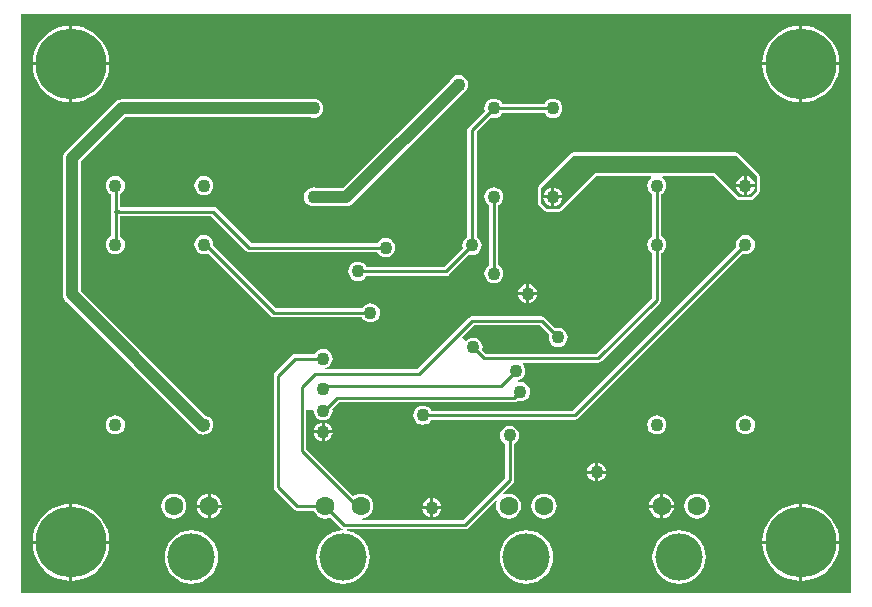
<source format=gbl>
G04 Layer_Physical_Order=2*
G04 Layer_Color=16711680*
%FSLAX25Y25*%
%MOIN*%
G70*
G01*
G75*
%ADD19C,0.01000*%
%ADD21C,0.03937*%
%ADD24C,0.23622*%
%ADD25C,0.06299*%
%ADD26C,0.04331*%
%ADD27C,0.15748*%
G36*
X374016Y273622D02*
X374016Y80709D01*
X97244Y80709D01*
Y273622D01*
X374016Y273622D01*
D02*
G37*
%LPC*%
G36*
X159539Y113647D02*
X158956Y113570D01*
X157947Y113152D01*
X157080Y112487D01*
X156415Y111620D01*
X155997Y110611D01*
X155920Y110028D01*
X159539D01*
Y113647D01*
D02*
G37*
G36*
X234752Y112154D02*
Y109528D01*
X237379D01*
X237336Y109854D01*
X237017Y110624D01*
X236509Y111285D01*
X235848Y111793D01*
X235078Y112111D01*
X234752Y112154D01*
D02*
G37*
G36*
X310327Y113647D02*
X309743Y113570D01*
X308734Y113152D01*
X307867Y112487D01*
X307202Y111620D01*
X306784Y110611D01*
X306707Y110028D01*
X310327D01*
Y113647D01*
D02*
G37*
G36*
X160539D02*
Y110028D01*
X164159D01*
X164082Y110611D01*
X163664Y111620D01*
X162999Y112487D01*
X162132Y113152D01*
X161123Y113570D01*
X160539Y113647D01*
D02*
G37*
G36*
X233752Y108528D02*
X231125D01*
X231168Y108201D01*
X231487Y107431D01*
X231994Y106770D01*
X232656Y106263D01*
X233426Y105944D01*
X233752Y105901D01*
Y108528D01*
D02*
G37*
G36*
X314946Y109028D02*
X311327D01*
Y105408D01*
X311910Y105485D01*
X312919Y105903D01*
X313786Y106568D01*
X314451Y107435D01*
X314870Y108444D01*
X314946Y109028D01*
D02*
G37*
G36*
X233752Y112154D02*
X233426Y112111D01*
X232656Y111793D01*
X231994Y111285D01*
X231487Y110624D01*
X231168Y109854D01*
X231125Y109528D01*
X233752D01*
Y112154D01*
D02*
G37*
G36*
X237379Y108528D02*
X234752D01*
Y105901D01*
X235078Y105944D01*
X235848Y106263D01*
X236509Y106770D01*
X237017Y107431D01*
X237336Y108201D01*
X237379Y108528D01*
D02*
G37*
G36*
X311327Y113647D02*
Y110028D01*
X314946D01*
X314870Y110611D01*
X314451Y111620D01*
X313786Y112487D01*
X312919Y113152D01*
X311910Y113570D01*
X311327Y113647D01*
D02*
G37*
G36*
X201158Y133752D02*
X198531D01*
Y131125D01*
X198858Y131168D01*
X199628Y131487D01*
X200289Y131994D01*
X200796Y132656D01*
X201115Y133426D01*
X201158Y133752D01*
D02*
G37*
G36*
X197531D02*
X194905D01*
X194948Y133426D01*
X195267Y132656D01*
X195774Y131994D01*
X196435Y131487D01*
X197205Y131168D01*
X197531Y131125D01*
Y133752D01*
D02*
G37*
G36*
X309252Y139807D02*
X308426Y139698D01*
X307656Y139379D01*
X306994Y138872D01*
X306487Y138210D01*
X306168Y137441D01*
X306059Y136614D01*
X306168Y135788D01*
X306487Y135018D01*
X306994Y134357D01*
X307656Y133849D01*
X308426Y133530D01*
X309252Y133422D01*
X310078Y133530D01*
X310848Y133849D01*
X311509Y134357D01*
X312017Y135018D01*
X312336Y135788D01*
X312445Y136614D01*
X312336Y137441D01*
X312017Y138210D01*
X311509Y138872D01*
X310848Y139379D01*
X310078Y139698D01*
X309252Y139807D01*
D02*
G37*
G36*
X128740D02*
X127914Y139698D01*
X127144Y139379D01*
X126483Y138872D01*
X125975Y138210D01*
X125656Y137441D01*
X125548Y136614D01*
X125656Y135788D01*
X125975Y135018D01*
X126483Y134357D01*
X127144Y133849D01*
X127914Y133530D01*
X128740Y133422D01*
X129567Y133530D01*
X130336Y133849D01*
X130998Y134357D01*
X131505Y135018D01*
X131824Y135788D01*
X131933Y136614D01*
X131824Y137441D01*
X131505Y138210D01*
X130998Y138872D01*
X130336Y139379D01*
X129567Y139698D01*
X128740Y139807D01*
D02*
G37*
G36*
X292300Y120366D02*
X289673D01*
Y117739D01*
X290000Y117782D01*
X290770Y118101D01*
X291431Y118609D01*
X291938Y119270D01*
X292257Y120040D01*
X292300Y120366D01*
D02*
G37*
G36*
X288673D02*
X286046D01*
X286089Y120040D01*
X286408Y119270D01*
X286916Y118609D01*
X287577Y118101D01*
X288347Y117782D01*
X288673Y117739D01*
Y120366D01*
D02*
G37*
G36*
X289673Y123993D02*
Y121366D01*
X292300D01*
X292257Y121693D01*
X291938Y122462D01*
X291431Y123124D01*
X290770Y123631D01*
X290000Y123950D01*
X289673Y123993D01*
D02*
G37*
G36*
X288673D02*
X288347Y123950D01*
X287577Y123631D01*
X286916Y123124D01*
X286408Y122462D01*
X286089Y121693D01*
X286046Y121366D01*
X288673D01*
Y123993D01*
D02*
G37*
G36*
X356784Y96941D02*
X344472D01*
X344591Y95431D01*
X345062Y93470D01*
X345833Y91607D01*
X346887Y89887D01*
X348197Y88354D01*
X349730Y87045D01*
X351449Y85991D01*
X353312Y85219D01*
X355273Y84749D01*
X356784Y84630D01*
Y96941D01*
D02*
G37*
G36*
X126788D02*
X114476D01*
Y84630D01*
X115987Y84749D01*
X117947Y85219D01*
X119810Y85991D01*
X121530Y87045D01*
X123063Y88354D01*
X124373Y89887D01*
X125426Y91607D01*
X126198Y93470D01*
X126669Y95431D01*
X126788Y96941D01*
D02*
G37*
G36*
X113476Y110252D02*
X111966Y110133D01*
X110005Y109663D01*
X108142Y108891D01*
X106423Y107837D01*
X104890Y106528D01*
X103580Y104994D01*
X102526Y103275D01*
X101755Y101412D01*
X101284Y99451D01*
X101165Y97941D01*
X113476D01*
Y110252D01*
D02*
G37*
G36*
X370095Y96941D02*
X357784D01*
Y84630D01*
X359294Y84749D01*
X361255Y85219D01*
X363118Y85991D01*
X364837Y87045D01*
X366370Y88354D01*
X367680Y89887D01*
X368734Y91607D01*
X369505Y93470D01*
X369976Y95431D01*
X370095Y96941D01*
D02*
G37*
G36*
X265748Y101437D02*
X264008Y101265D01*
X262336Y100758D01*
X260794Y99934D01*
X259443Y98825D01*
X258334Y97474D01*
X257510Y95932D01*
X257002Y94259D01*
X256831Y92520D01*
X257002Y90780D01*
X257510Y89107D01*
X258334Y87566D01*
X259443Y86214D01*
X260794Y85106D01*
X262336Y84281D01*
X264008Y83774D01*
X265748Y83603D01*
X267488Y83774D01*
X269160Y84281D01*
X270702Y85106D01*
X272053Y86214D01*
X273162Y87566D01*
X273986Y89107D01*
X274494Y90780D01*
X274665Y92520D01*
X274494Y94259D01*
X273986Y95932D01*
X273162Y97474D01*
X272053Y98825D01*
X270702Y99934D01*
X269160Y100758D01*
X267488Y101265D01*
X265748Y101437D01*
D02*
G37*
G36*
X154134D02*
X152394Y101265D01*
X150722Y100758D01*
X149180Y99934D01*
X147829Y98825D01*
X146720Y97474D01*
X145896Y95932D01*
X145388Y94259D01*
X145217Y92520D01*
X145388Y90780D01*
X145896Y89107D01*
X146720Y87566D01*
X147829Y86214D01*
X149180Y85106D01*
X150722Y84281D01*
X152394Y83774D01*
X154134Y83603D01*
X155874Y83774D01*
X157546Y84281D01*
X159088Y85106D01*
X160439Y86214D01*
X161548Y87566D01*
X162372Y89107D01*
X162880Y90780D01*
X163051Y92520D01*
X162880Y94259D01*
X162372Y95932D01*
X161548Y97474D01*
X160439Y98825D01*
X159088Y99934D01*
X157546Y100758D01*
X155874Y101265D01*
X154134Y101437D01*
D02*
G37*
G36*
X113476Y96941D02*
X101165D01*
X101284Y95431D01*
X101755Y93470D01*
X102526Y91607D01*
X103580Y89887D01*
X104890Y88354D01*
X106423Y87045D01*
X108142Y85991D01*
X110005Y85219D01*
X111966Y84749D01*
X113476Y84630D01*
Y96941D01*
D02*
G37*
G36*
X316732Y101437D02*
X314993Y101265D01*
X313320Y100758D01*
X311778Y99934D01*
X310427Y98825D01*
X309318Y97474D01*
X308494Y95932D01*
X307987Y94259D01*
X307815Y92520D01*
X307987Y90780D01*
X308494Y89107D01*
X309318Y87566D01*
X310427Y86214D01*
X311778Y85106D01*
X313320Y84281D01*
X314993Y83774D01*
X316732Y83603D01*
X318472Y83774D01*
X320145Y84281D01*
X321686Y85106D01*
X323038Y86214D01*
X324147Y87566D01*
X324971Y89107D01*
X325478Y90780D01*
X325649Y92520D01*
X325478Y94259D01*
X324971Y95932D01*
X324147Y97474D01*
X323038Y98825D01*
X321686Y99934D01*
X320145Y100758D01*
X318472Y101265D01*
X316732Y101437D01*
D02*
G37*
G36*
X114476Y110252D02*
Y97941D01*
X126788D01*
X126669Y99451D01*
X126198Y101412D01*
X125426Y103275D01*
X124373Y104994D01*
X123063Y106528D01*
X121530Y107837D01*
X119810Y108891D01*
X117947Y109663D01*
X115987Y110133D01*
X114476Y110252D01*
D02*
G37*
G36*
X159539Y109028D02*
X155920D01*
X155997Y108444D01*
X156415Y107435D01*
X157080Y106568D01*
X157947Y105903D01*
X158956Y105485D01*
X159539Y105408D01*
Y109028D01*
D02*
G37*
G36*
X322638Y113713D02*
X321554Y113570D01*
X320545Y113152D01*
X319678Y112487D01*
X319013Y111620D01*
X318595Y110611D01*
X318452Y109528D01*
X318595Y108444D01*
X319013Y107435D01*
X319678Y106568D01*
X320545Y105903D01*
X321554Y105485D01*
X322638Y105342D01*
X323721Y105485D01*
X324730Y105903D01*
X325597Y106568D01*
X326262Y107435D01*
X326681Y108444D01*
X326823Y109528D01*
X326681Y110611D01*
X326262Y111620D01*
X325597Y112487D01*
X324730Y113152D01*
X323721Y113570D01*
X322638Y113713D01*
D02*
G37*
G36*
X310327Y109028D02*
X306707D01*
X306784Y108444D01*
X307202Y107435D01*
X307867Y106568D01*
X308734Y105903D01*
X309743Y105485D01*
X310327Y105408D01*
Y109028D01*
D02*
G37*
G36*
X164159D02*
X160539D01*
Y105408D01*
X161123Y105485D01*
X162132Y105903D01*
X162999Y106568D01*
X163664Y107435D01*
X164082Y108444D01*
X164159Y109028D01*
D02*
G37*
G36*
X357784Y110252D02*
Y97941D01*
X370095D01*
X369976Y99451D01*
X369505Y101412D01*
X368734Y103275D01*
X367680Y104994D01*
X366370Y106528D01*
X364837Y107837D01*
X363118Y108891D01*
X361255Y109663D01*
X359294Y110133D01*
X357784Y110252D01*
D02*
G37*
G36*
X356784D02*
X355273Y110133D01*
X353312Y109663D01*
X351449Y108891D01*
X349730Y107837D01*
X348197Y106528D01*
X346887Y104994D01*
X345833Y103275D01*
X345062Y101412D01*
X344591Y99451D01*
X344472Y97941D01*
X356784D01*
Y110252D01*
D02*
G37*
G36*
X271654Y113713D02*
X270570Y113570D01*
X269561Y113152D01*
X268694Y112487D01*
X268029Y111620D01*
X267611Y110611D01*
X267468Y109528D01*
X267611Y108444D01*
X268029Y107435D01*
X268694Y106568D01*
X269561Y105903D01*
X270570Y105485D01*
X271654Y105342D01*
X272737Y105485D01*
X273746Y105903D01*
X274613Y106568D01*
X275278Y107435D01*
X275696Y108444D01*
X275839Y109528D01*
X275696Y110611D01*
X275278Y111620D01*
X274613Y112487D01*
X273746Y113152D01*
X272737Y113570D01*
X271654Y113713D01*
D02*
G37*
G36*
X148228D02*
X147145Y113570D01*
X146136Y113152D01*
X145269Y112487D01*
X144604Y111620D01*
X144185Y110611D01*
X144043Y109528D01*
X144185Y108444D01*
X144604Y107435D01*
X145269Y106568D01*
X146136Y105903D01*
X147145Y105485D01*
X148228Y105342D01*
X149312Y105485D01*
X150321Y105903D01*
X151188Y106568D01*
X151853Y107435D01*
X152271Y108444D01*
X152414Y109528D01*
X152271Y110611D01*
X151853Y111620D01*
X151188Y112487D01*
X150321Y113152D01*
X149312Y113570D01*
X148228Y113713D01*
D02*
G37*
G36*
X114476Y269701D02*
Y257390D01*
X126788D01*
X126669Y258900D01*
X126198Y260861D01*
X125426Y262724D01*
X124373Y264443D01*
X123063Y265977D01*
X121530Y267286D01*
X119810Y268340D01*
X117947Y269111D01*
X115987Y269582D01*
X114476Y269701D01*
D02*
G37*
G36*
X113476D02*
X111966Y269582D01*
X110005Y269111D01*
X108142Y268340D01*
X106423Y267286D01*
X104890Y265977D01*
X103580Y264443D01*
X102526Y262724D01*
X101755Y260861D01*
X101284Y258900D01*
X101165Y257390D01*
X113476D01*
Y269701D01*
D02*
G37*
G36*
X158268Y219531D02*
X157441Y219422D01*
X156671Y219104D01*
X156010Y218596D01*
X155503Y217935D01*
X155184Y217165D01*
X155075Y216339D01*
X155184Y215512D01*
X155503Y214742D01*
X156010Y214081D01*
X156671Y213574D01*
X157441Y213255D01*
X158268Y213146D01*
X159094Y213255D01*
X159864Y213574D01*
X160525Y214081D01*
X161033Y214742D01*
X161352Y215512D01*
X161460Y216339D01*
X161352Y217165D01*
X161033Y217935D01*
X160525Y218596D01*
X159864Y219104D01*
X159094Y219422D01*
X158268Y219531D01*
D02*
G37*
G36*
X357784Y269701D02*
Y257390D01*
X370095D01*
X369976Y258900D01*
X369505Y260861D01*
X368734Y262724D01*
X367680Y264443D01*
X366370Y265977D01*
X364837Y267286D01*
X363118Y268340D01*
X361255Y269111D01*
X359294Y269582D01*
X357784Y269701D01*
D02*
G37*
G36*
X356784D02*
X355273Y269582D01*
X353312Y269111D01*
X351449Y268340D01*
X349730Y267286D01*
X348197Y265977D01*
X346887Y264443D01*
X345833Y262724D01*
X345062Y260861D01*
X344591Y258900D01*
X344472Y257390D01*
X356784D01*
Y269701D01*
D02*
G37*
G36*
X335630Y227397D02*
X281496Y227397D01*
X281106Y227320D01*
X280775Y227099D01*
X269948Y216272D01*
X269727Y215941D01*
X269650Y215551D01*
X269650Y210630D01*
X269727Y210240D01*
X269948Y209909D01*
X271917Y207941D01*
X272248Y207719D01*
X272638Y207642D01*
X276772D01*
X277162Y207719D01*
X277493Y207941D01*
X289005Y219453D01*
X307290D01*
X307459Y218953D01*
X306994Y218596D01*
X306487Y217935D01*
X306168Y217165D01*
X306059Y216339D01*
X306168Y215512D01*
X306487Y214742D01*
X306994Y214081D01*
X307656Y213574D01*
X307723Y213546D01*
Y199446D01*
X307656Y199418D01*
X306994Y198911D01*
X306487Y198250D01*
X306168Y197480D01*
X306059Y196653D01*
X306168Y195827D01*
X306487Y195057D01*
X306994Y194396D01*
X307656Y193889D01*
X307723Y193861D01*
Y178980D01*
X289111Y160368D01*
X252228D01*
X251088Y161508D01*
X251115Y161575D01*
X251224Y162402D01*
X251115Y163228D01*
X250796Y163998D01*
X250289Y164659D01*
X249628Y165166D01*
X248858Y165485D01*
X248031Y165594D01*
X247205Y165485D01*
X246435Y165166D01*
X245774Y164659D01*
X245774Y164659D01*
X244459Y165974D01*
X248215Y169730D01*
X270233D01*
X273322Y166641D01*
X273294Y166574D01*
X273185Y165748D01*
X273294Y164922D01*
X273613Y164152D01*
X274120Y163490D01*
X274782Y162983D01*
X275552Y162664D01*
X276378Y162555D01*
X277204Y162664D01*
X277974Y162983D01*
X278636Y163490D01*
X279143Y164152D01*
X279462Y164922D01*
X279571Y165748D01*
X279462Y166574D01*
X279143Y167344D01*
X278636Y168006D01*
X277974Y168513D01*
X277204Y168832D01*
X276378Y168941D01*
X275552Y168832D01*
X275485Y168804D01*
X271948Y172341D01*
X271451Y172673D01*
X270866Y172789D01*
X247581D01*
X246996Y172673D01*
X246500Y172341D01*
X229231Y155073D01*
X198854D01*
X198821Y155573D01*
X198858Y155578D01*
X199628Y155896D01*
X200289Y156404D01*
X200796Y157065D01*
X201115Y157835D01*
X201224Y158661D01*
X201115Y159488D01*
X200796Y160258D01*
X200289Y160919D01*
X199628Y161426D01*
X198858Y161745D01*
X198031Y161854D01*
X197205Y161745D01*
X196435Y161426D01*
X195774Y160919D01*
X195267Y160258D01*
X195239Y160191D01*
X188691D01*
X188106Y160074D01*
X187610Y159743D01*
X181944Y154077D01*
X181613Y153581D01*
X181496Y152996D01*
Y115891D01*
X181613Y115306D01*
X181944Y114810D01*
X188307Y108446D01*
X188804Y108115D01*
X189389Y107998D01*
X194961D01*
X195194Y107435D01*
X195859Y106568D01*
X196726Y105903D01*
X197736Y105485D01*
X198819Y105342D01*
X199902Y105485D01*
X200465Y105718D01*
X203919Y102265D01*
X204415Y101934D01*
X204499Y101917D01*
X204474Y101412D01*
X202985Y101265D01*
X201312Y100758D01*
X199770Y99934D01*
X198419Y98825D01*
X197310Y97474D01*
X196486Y95932D01*
X195979Y94259D01*
X195808Y92520D01*
X195979Y90780D01*
X196486Y89107D01*
X197310Y87566D01*
X198419Y86214D01*
X199770Y85106D01*
X201312Y84281D01*
X202985Y83774D01*
X204724Y83603D01*
X206464Y83774D01*
X208137Y84281D01*
X209678Y85106D01*
X211030Y86214D01*
X212139Y87566D01*
X212963Y89107D01*
X213470Y90780D01*
X213641Y92520D01*
X213470Y94259D01*
X212963Y95932D01*
X212139Y97474D01*
X211030Y98825D01*
X209678Y99934D01*
X208137Y100758D01*
X206464Y101265D01*
X205938Y101317D01*
X205963Y101817D01*
X245374D01*
X245959Y101934D01*
X246456Y102265D01*
X255582Y111391D01*
X256006Y111108D01*
X255800Y110611D01*
X255657Y109528D01*
X255800Y108444D01*
X256218Y107435D01*
X256883Y106568D01*
X257750Y105903D01*
X258759Y105485D01*
X259842Y105342D01*
X260926Y105485D01*
X261935Y105903D01*
X262802Y106568D01*
X263467Y107435D01*
X263885Y108444D01*
X264028Y109528D01*
X263885Y110611D01*
X263467Y111620D01*
X262802Y112487D01*
X261935Y113152D01*
X260926Y113570D01*
X259842Y113713D01*
X258759Y113570D01*
X258262Y113364D01*
X257979Y113788D01*
X261298Y117107D01*
X261630Y117604D01*
X261746Y118189D01*
Y130278D01*
X261813Y130306D01*
X262474Y130813D01*
X262982Y131474D01*
X263300Y132245D01*
X263409Y133071D01*
X263300Y133897D01*
X262982Y134667D01*
X262474Y135328D01*
X261813Y135836D01*
X261043Y136155D01*
X260216Y136264D01*
X259390Y136155D01*
X258620Y135836D01*
X257959Y135328D01*
X257452Y134667D01*
X257133Y133897D01*
X257024Y133071D01*
X257133Y132245D01*
X257452Y131474D01*
X257959Y130813D01*
X258620Y130306D01*
X258687Y130278D01*
Y118823D01*
X244741Y104876D01*
X210919D01*
X210886Y105376D01*
X211713Y105485D01*
X212723Y105903D01*
X213589Y106568D01*
X214255Y107435D01*
X214673Y108444D01*
X214815Y109528D01*
X214673Y110611D01*
X214255Y111620D01*
X213589Y112487D01*
X212723Y113152D01*
X211713Y113570D01*
X210630Y113713D01*
X209547Y113570D01*
X208537Y113152D01*
X208129Y112839D01*
X192474Y128494D01*
Y141403D01*
X194782D01*
X194839Y141339D01*
X194948Y140512D01*
X195267Y139742D01*
X195774Y139081D01*
X196435Y138574D01*
X197205Y138255D01*
X198031Y138146D01*
X198858Y138255D01*
X199628Y138574D01*
X200289Y139081D01*
X200796Y139742D01*
X201115Y140512D01*
X201224Y141339D01*
X201150Y141901D01*
X203389Y144140D01*
X261811D01*
X262396Y144256D01*
X262884Y144582D01*
X262953Y144554D01*
X263779Y144445D01*
X264606Y144554D01*
X265376Y144873D01*
X266037Y145380D01*
X266545Y146042D01*
X266863Y146811D01*
X266972Y147638D01*
X266863Y148464D01*
X266545Y149234D01*
X266037Y149895D01*
X265376Y150403D01*
X264606Y150722D01*
X263779Y150830D01*
X263055Y150735D01*
X262924Y151202D01*
X263090Y151444D01*
X263860Y151763D01*
X264521Y152270D01*
X265029Y152931D01*
X265348Y153701D01*
X265456Y154528D01*
X265348Y155354D01*
X265029Y156124D01*
X264521Y156785D01*
X264490Y156809D01*
X264660Y157309D01*
X289744D01*
X290329Y157426D01*
X290826Y157757D01*
X310333Y177265D01*
X310665Y177761D01*
X310781Y178347D01*
Y193861D01*
X310848Y193889D01*
X311509Y194396D01*
X312017Y195057D01*
X312336Y195827D01*
X312445Y196653D01*
X312336Y197480D01*
X312017Y198250D01*
X311509Y198911D01*
X310848Y199418D01*
X310781Y199446D01*
Y213546D01*
X310848Y213574D01*
X311509Y214081D01*
X312017Y214742D01*
X312336Y215512D01*
X312445Y216339D01*
X312336Y217165D01*
X312017Y217935D01*
X311509Y218596D01*
X311045Y218953D01*
X311214Y219453D01*
X328318D01*
X335893Y211877D01*
X336224Y211656D01*
X336614Y211579D01*
X340551Y211579D01*
X340941Y211656D01*
X341272Y211877D01*
X343241Y213846D01*
X343462Y214177D01*
X343539Y214567D01*
Y219488D01*
X343462Y219878D01*
X343241Y220209D01*
X336351Y227099D01*
X336020Y227320D01*
X335630Y227397D01*
D02*
G37*
G36*
X370095Y256390D02*
X357784D01*
Y244078D01*
X359294Y244197D01*
X361255Y244668D01*
X363118Y245440D01*
X364837Y246493D01*
X366370Y247803D01*
X367680Y249336D01*
X368734Y251056D01*
X369505Y252919D01*
X369976Y254879D01*
X370095Y256390D01*
D02*
G37*
G36*
X113476D02*
X101165D01*
X101284Y254879D01*
X101755Y252919D01*
X102526Y251056D01*
X103580Y249336D01*
X104890Y247803D01*
X106423Y246493D01*
X108142Y245440D01*
X110005Y244668D01*
X111966Y244197D01*
X113476Y244078D01*
Y256390D01*
D02*
G37*
G36*
X194882Y245319D02*
X194056Y245210D01*
X193839Y245120D01*
X130905D01*
X130131Y245018D01*
X129408Y244719D01*
X128788Y244243D01*
X112056Y227511D01*
X111580Y226891D01*
X111281Y226169D01*
X111179Y225394D01*
Y180079D01*
X111281Y179304D01*
X111580Y178582D01*
X112056Y177962D01*
X155836Y134182D01*
X156456Y133706D01*
X157178Y133407D01*
X157953Y133305D01*
X158728Y133407D01*
X158993Y133517D01*
X159094Y133530D01*
X159864Y133849D01*
X160525Y134357D01*
X161033Y135018D01*
X161352Y135788D01*
X161460Y136614D01*
X161352Y137441D01*
X161033Y138210D01*
X160525Y138872D01*
X159864Y139379D01*
X159094Y139698D01*
X158742Y139744D01*
X117167Y181319D01*
Y224153D01*
X132146Y239132D01*
X193839D01*
X194056Y239042D01*
X194882Y238933D01*
X195708Y239042D01*
X196478Y239361D01*
X197139Y239868D01*
X197647Y240530D01*
X197966Y241300D01*
X198074Y242126D01*
X197966Y242952D01*
X197647Y243722D01*
X197139Y244384D01*
X196478Y244891D01*
X195708Y245210D01*
X194882Y245319D01*
D02*
G37*
G36*
X274606D02*
X273780Y245210D01*
X273010Y244891D01*
X272349Y244384D01*
X271841Y243722D01*
X271814Y243655D01*
X257714D01*
X257686Y243722D01*
X257179Y244384D01*
X256518Y244891D01*
X255748Y245210D01*
X254921Y245319D01*
X254095Y245210D01*
X253325Y244891D01*
X252664Y244384D01*
X252156Y243722D01*
X251837Y242952D01*
X251729Y242126D01*
X251837Y241300D01*
X251865Y241233D01*
X246556Y235924D01*
X246225Y235428D01*
X246108Y234842D01*
Y199249D01*
X246041Y199222D01*
X245380Y198714D01*
X244873Y198053D01*
X244554Y197283D01*
X244445Y196457D01*
X244554Y195630D01*
X244582Y195563D01*
X238343Y189325D01*
X212438D01*
X212411Y189392D01*
X211903Y190053D01*
X211242Y190560D01*
X210472Y190879D01*
X209646Y190988D01*
X208819Y190879D01*
X208049Y190560D01*
X207388Y190053D01*
X206881Y189392D01*
X206562Y188622D01*
X206453Y187795D01*
X206562Y186969D01*
X206881Y186199D01*
X207388Y185538D01*
X208049Y185030D01*
X208819Y184711D01*
X209646Y184603D01*
X210472Y184711D01*
X211242Y185030D01*
X211903Y185538D01*
X212411Y186199D01*
X212438Y186266D01*
X238976D01*
X239562Y186382D01*
X240058Y186714D01*
X246744Y193401D01*
X246812Y193373D01*
X247638Y193264D01*
X248464Y193373D01*
X249234Y193692D01*
X249895Y194199D01*
X250403Y194860D01*
X250722Y195630D01*
X250831Y196457D01*
X250722Y197283D01*
X250403Y198053D01*
X249895Y198714D01*
X249234Y199222D01*
X249167Y199249D01*
Y234209D01*
X254028Y239070D01*
X254095Y239042D01*
X254921Y238933D01*
X255748Y239042D01*
X256518Y239361D01*
X257179Y239868D01*
X257686Y240530D01*
X257714Y240597D01*
X271814D01*
X271841Y240530D01*
X272349Y239868D01*
X273010Y239361D01*
X273780Y239042D01*
X274606Y238933D01*
X275433Y239042D01*
X276203Y239361D01*
X276864Y239868D01*
X277371Y240530D01*
X277690Y241300D01*
X277799Y242126D01*
X277690Y242952D01*
X277371Y243722D01*
X276864Y244384D01*
X276203Y244891D01*
X275433Y245210D01*
X274606Y245319D01*
D02*
G37*
G36*
X356784Y256390D02*
X344472D01*
X344591Y254879D01*
X345062Y252919D01*
X345833Y251056D01*
X346887Y249336D01*
X348197Y247803D01*
X349730Y246493D01*
X351449Y245440D01*
X353312Y244668D01*
X355273Y244197D01*
X356784Y244078D01*
Y256390D01*
D02*
G37*
G36*
X243189Y253193D02*
X242363Y253084D01*
X241593Y252765D01*
X240931Y252257D01*
X240424Y251596D01*
X240334Y251380D01*
X204547Y215593D01*
X195925D01*
X195708Y215682D01*
X194882Y215791D01*
X194056Y215682D01*
X193286Y215363D01*
X192624Y214856D01*
X192117Y214195D01*
X191798Y213425D01*
X191689Y212598D01*
X191798Y211772D01*
X192117Y211002D01*
X192624Y210341D01*
X193286Y209834D01*
X194056Y209515D01*
X194882Y209406D01*
X195708Y209515D01*
X195925Y209604D01*
X205787D01*
X206562Y209706D01*
X207284Y210005D01*
X207905Y210481D01*
X244569Y247145D01*
X244785Y247235D01*
X245446Y247743D01*
X245954Y248404D01*
X246273Y249174D01*
X246382Y250000D01*
X246273Y250826D01*
X245954Y251596D01*
X245446Y252257D01*
X244785Y252765D01*
X244015Y253084D01*
X243189Y253193D01*
D02*
G37*
G36*
X126788Y256390D02*
X114476D01*
Y244078D01*
X115987Y244197D01*
X117947Y244668D01*
X119810Y245440D01*
X121530Y246493D01*
X123063Y247803D01*
X124373Y249336D01*
X125426Y251056D01*
X126198Y252919D01*
X126669Y254879D01*
X126788Y256390D01*
D02*
G37*
G36*
X158268Y199846D02*
X157441Y199737D01*
X156671Y199418D01*
X156010Y198911D01*
X155503Y198250D01*
X155184Y197480D01*
X155075Y196653D01*
X155184Y195827D01*
X155503Y195057D01*
X156010Y194396D01*
X156671Y193889D01*
X157441Y193570D01*
X158268Y193461D01*
X159094Y193570D01*
X159551Y193759D01*
X180474Y172836D01*
X180970Y172504D01*
X181556Y172388D01*
X210987D01*
X211015Y172321D01*
X211522Y171660D01*
X212183Y171152D01*
X212953Y170833D01*
X213779Y170725D01*
X214606Y170833D01*
X215376Y171152D01*
X216037Y171660D01*
X216545Y172321D01*
X216863Y173091D01*
X216972Y173917D01*
X216863Y174744D01*
X216545Y175514D01*
X216037Y176175D01*
X215376Y176682D01*
X214606Y177001D01*
X213779Y177110D01*
X212953Y177001D01*
X212183Y176682D01*
X211522Y176175D01*
X211015Y175514D01*
X210987Y175447D01*
X182189D01*
X161405Y196231D01*
X161460Y196653D01*
X161352Y197480D01*
X161033Y198250D01*
X160525Y198911D01*
X159864Y199418D01*
X159094Y199737D01*
X158268Y199846D01*
D02*
G37*
G36*
X265701Y179815D02*
X263074D01*
X263117Y179489D01*
X263436Y178719D01*
X263943Y178057D01*
X264604Y177550D01*
X265374Y177231D01*
X265701Y177188D01*
Y179815D01*
D02*
G37*
G36*
X269328D02*
X266701D01*
Y177188D01*
X267027Y177231D01*
X267797Y177550D01*
X268458Y178057D01*
X268966Y178719D01*
X269285Y179489D01*
X269328Y179815D01*
D02*
G37*
G36*
X338779Y139807D02*
X337953Y139698D01*
X337183Y139379D01*
X336522Y138872D01*
X336015Y138210D01*
X335696Y137441D01*
X335587Y136614D01*
X335696Y135788D01*
X336015Y135018D01*
X336522Y134357D01*
X337183Y133849D01*
X337953Y133530D01*
X338779Y133422D01*
X339606Y133530D01*
X340376Y133849D01*
X341037Y134357D01*
X341545Y135018D01*
X341863Y135788D01*
X341972Y136614D01*
X341863Y137441D01*
X341545Y138210D01*
X341037Y138872D01*
X340376Y139379D01*
X339606Y139698D01*
X338779Y139807D01*
D02*
G37*
G36*
X197531Y137379D02*
X197205Y137336D01*
X196435Y137017D01*
X195774Y136510D01*
X195267Y135848D01*
X194948Y135078D01*
X194905Y134752D01*
X197531D01*
Y137379D01*
D02*
G37*
G36*
X198531D02*
Y134752D01*
X201158D01*
X201115Y135078D01*
X200796Y135848D01*
X200289Y136510D01*
X199628Y137017D01*
X198858Y137336D01*
X198531Y137379D01*
D02*
G37*
G36*
X265701Y183442D02*
X265374Y183399D01*
X264604Y183080D01*
X263943Y182572D01*
X263436Y181911D01*
X263117Y181141D01*
X263074Y180815D01*
X265701D01*
Y183442D01*
D02*
G37*
G36*
X128740Y219531D02*
X127914Y219422D01*
X127144Y219104D01*
X126483Y218596D01*
X125975Y217935D01*
X125656Y217165D01*
X125548Y216339D01*
X125656Y215512D01*
X125975Y214742D01*
X126483Y214081D01*
X127144Y213574D01*
X127408Y213464D01*
Y207677D01*
Y199528D01*
X127144Y199418D01*
X126483Y198911D01*
X125975Y198250D01*
X125656Y197480D01*
X125548Y196653D01*
X125656Y195827D01*
X125975Y195057D01*
X126483Y194396D01*
X127144Y193889D01*
X127914Y193570D01*
X128740Y193461D01*
X129567Y193570D01*
X130336Y193889D01*
X130998Y194396D01*
X131505Y195057D01*
X131824Y195827D01*
X131933Y196653D01*
X131824Y197480D01*
X131505Y198250D01*
X130998Y198911D01*
X130466Y199319D01*
Y206148D01*
X160784D01*
X172344Y194588D01*
X172840Y194256D01*
X173425Y194140D01*
X216105D01*
X216133Y194073D01*
X216640Y193412D01*
X217301Y192904D01*
X218071Y192585D01*
X218898Y192477D01*
X219724Y192585D01*
X220494Y192904D01*
X221155Y193412D01*
X221663Y194073D01*
X221982Y194843D01*
X222090Y195669D01*
X221982Y196496D01*
X221663Y197266D01*
X221155Y197927D01*
X220494Y198434D01*
X219724Y198753D01*
X218898Y198862D01*
X218071Y198753D01*
X217301Y198434D01*
X216640Y197927D01*
X216133Y197266D01*
X216105Y197199D01*
X174059D01*
X162499Y208759D01*
X162003Y209090D01*
X161417Y209207D01*
X130466D01*
Y213673D01*
X130998Y214081D01*
X131505Y214742D01*
X131824Y215512D01*
X131933Y216339D01*
X131824Y217165D01*
X131505Y217935D01*
X130998Y218596D01*
X130336Y219104D01*
X129567Y219422D01*
X128740Y219531D01*
D02*
G37*
G36*
X338779Y199846D02*
X337953Y199737D01*
X337183Y199418D01*
X336522Y198911D01*
X336015Y198250D01*
X335696Y197480D01*
X335587Y196653D01*
X335696Y195827D01*
X335723Y195760D01*
X281299Y141336D01*
X234092D01*
X234064Y141403D01*
X233557Y142064D01*
X232895Y142572D01*
X232125Y142891D01*
X231299Y142999D01*
X230473Y142891D01*
X229703Y142572D01*
X229042Y142064D01*
X228534Y141403D01*
X228215Y140633D01*
X228107Y139807D01*
X228215Y138980D01*
X228534Y138210D01*
X229042Y137549D01*
X229703Y137042D01*
X230473Y136723D01*
X231299Y136614D01*
X232125Y136723D01*
X232895Y137042D01*
X233557Y137549D01*
X234064Y138210D01*
X234092Y138277D01*
X281933D01*
X282518Y138394D01*
X283014Y138725D01*
X337886Y193597D01*
X337953Y193570D01*
X338779Y193461D01*
X339606Y193570D01*
X340376Y193889D01*
X341037Y194396D01*
X341545Y195057D01*
X341863Y195827D01*
X341972Y196653D01*
X341863Y197480D01*
X341545Y198250D01*
X341037Y198911D01*
X340376Y199418D01*
X339606Y199737D01*
X338779Y199846D01*
D02*
G37*
G36*
X266701Y183442D02*
Y180815D01*
X269328D01*
X269285Y181141D01*
X268966Y181911D01*
X268458Y182572D01*
X267797Y183080D01*
X267027Y183399D01*
X266701Y183442D01*
D02*
G37*
G36*
X254921Y215791D02*
X254095Y215682D01*
X253325Y215363D01*
X252664Y214856D01*
X252156Y214195D01*
X251837Y213425D01*
X251729Y212598D01*
X251837Y211772D01*
X252156Y211002D01*
X252664Y210341D01*
X253325Y209834D01*
X253392Y209806D01*
Y189801D01*
X253325Y189773D01*
X252664Y189265D01*
X252156Y188604D01*
X251837Y187834D01*
X251729Y187008D01*
X251837Y186181D01*
X252156Y185412D01*
X252664Y184750D01*
X253325Y184243D01*
X254095Y183924D01*
X254921Y183815D01*
X255748Y183924D01*
X256518Y184243D01*
X257179Y184750D01*
X257686Y185412D01*
X258005Y186181D01*
X258114Y187008D01*
X258005Y187834D01*
X257686Y188604D01*
X257179Y189265D01*
X256518Y189773D01*
X256451Y189801D01*
Y209806D01*
X256518Y209834D01*
X257179Y210341D01*
X257686Y211002D01*
X258005Y211772D01*
X258114Y212598D01*
X258005Y213425D01*
X257686Y214195D01*
X257179Y214856D01*
X256518Y215363D01*
X255748Y215682D01*
X254921Y215791D01*
D02*
G37*
%LPD*%
G36*
X342520Y219488D02*
Y214567D01*
X340551Y212598D01*
X336614Y212598D01*
X328740Y220472D01*
X288583Y220472D01*
X276772Y208661D01*
X272638D01*
X270669Y210630D01*
X270669Y215551D01*
X281496Y226378D01*
X335630Y226378D01*
X342520Y219488D01*
D02*
G37*
G36*
X262846Y145684D02*
X262801Y145698D01*
X262751Y145702D01*
X262696Y145693D01*
X262635Y145674D01*
X262570Y145642D01*
X262499Y145600D01*
X262423Y145546D01*
X262342Y145481D01*
X262165Y145316D01*
X261457Y146023D01*
X261546Y146114D01*
X261688Y146281D01*
X261742Y146357D01*
X261784Y146428D01*
X261815Y146494D01*
X261835Y146554D01*
X261843Y146609D01*
X261840Y146660D01*
X261826Y146704D01*
X262846Y145684D01*
D02*
G37*
%LPC*%
G36*
X274106Y215725D02*
X273780Y215682D01*
X273010Y215363D01*
X272349Y214856D01*
X271841Y214195D01*
X271522Y213425D01*
X271480Y213098D01*
X274106D01*
Y215725D01*
D02*
G37*
G36*
X275106D02*
Y213098D01*
X277733D01*
X277690Y213425D01*
X277371Y214195D01*
X276864Y214856D01*
X276203Y215363D01*
X275433Y215682D01*
X275106Y215725D01*
D02*
G37*
G36*
X274106Y212098D02*
X271480D01*
X271522Y211772D01*
X271841Y211002D01*
X272349Y210341D01*
X273010Y209834D01*
X273780Y209515D01*
X274106Y209472D01*
Y212098D01*
D02*
G37*
G36*
X277733D02*
X275106D01*
Y209472D01*
X275433Y209515D01*
X276203Y209834D01*
X276864Y210341D01*
X277371Y211002D01*
X277690Y211772D01*
X277733Y212098D01*
D02*
G37*
G36*
X338280Y219465D02*
X337953Y219422D01*
X337183Y219104D01*
X336522Y218596D01*
X336015Y217935D01*
X335696Y217165D01*
X335653Y216839D01*
X338280D01*
Y219465D01*
D02*
G37*
G36*
X339280D02*
Y216839D01*
X341906D01*
X341863Y217165D01*
X341545Y217935D01*
X341037Y218596D01*
X340376Y219104D01*
X339606Y219422D01*
X339280Y219465D01*
D02*
G37*
G36*
X341906Y215839D02*
X339280D01*
Y213212D01*
X339606Y213255D01*
X340376Y213574D01*
X341037Y214081D01*
X341545Y214742D01*
X341863Y215512D01*
X341906Y215839D01*
D02*
G37*
G36*
X338280D02*
X335653D01*
X335696Y215512D01*
X336015Y214742D01*
X336522Y214081D01*
X337183Y213574D01*
X337953Y213255D01*
X338280Y213212D01*
Y215839D01*
D02*
G37*
%LPD*%
G36*
X129447Y208987D02*
X129477Y208817D01*
X129527Y208667D01*
X129597Y208537D01*
X129687Y208427D01*
X129797Y208337D01*
X129927Y208267D01*
X130077Y208217D01*
X130247Y208187D01*
X130437Y208177D01*
Y207177D01*
X130247Y207167D01*
X130077Y207137D01*
X129927Y207087D01*
X129797Y207017D01*
X129687Y206927D01*
X129597Y206817D01*
X129527Y206687D01*
X129477Y206537D01*
X129447Y206367D01*
X129437Y206177D01*
X128437Y207677D01*
X129437Y209177D01*
X129447Y208987D01*
D02*
G37*
D19*
X158544Y196929D02*
X181556Y173917D01*
X128937Y196653D02*
Y207677D01*
X197638Y148425D02*
X198819Y149606D01*
X128937Y207677D02*
Y216360D01*
X205000Y103347D02*
X245374D01*
X198819Y109528D02*
X205000Y103347D01*
X238976Y187795D02*
X247638Y196457D01*
X209646Y187795D02*
X238976D01*
X209278Y109528D02*
X210551D01*
X190945Y127861D02*
X209278Y109528D01*
X189389D02*
X198819D01*
X183026Y115891D02*
X189389Y109528D01*
X270866Y171260D02*
X276378Y165748D01*
X247581Y171260D02*
X270866D01*
X229865Y153543D02*
X247581Y171260D01*
X309252Y178347D02*
Y196653D01*
X128937Y207677D02*
X161417D01*
X309252Y196653D02*
Y216339D01*
X254921Y242126D02*
X274606D01*
X248031Y162402D02*
X251594Y158839D01*
X289744D01*
X309252Y178347D01*
X257343Y149606D02*
X262264Y154528D01*
X261811Y145669D02*
X263779Y147638D01*
X254921Y187008D02*
Y212598D01*
X173425Y195669D02*
X218898D01*
X161417Y207677D02*
X173425Y195669D01*
X198819Y149606D02*
X257343D01*
X190945Y127861D02*
Y149082D01*
X195407Y153543D01*
X229865D01*
X183026Y115891D02*
Y152996D01*
X188691Y158661D01*
X198031D01*
X202756Y145669D02*
X261811D01*
X198425Y141339D02*
X202756Y145669D01*
X231299Y139807D02*
X281933D01*
X338779Y196653D01*
X245374Y103347D02*
X260216Y118189D01*
Y133071D01*
X181556Y173917D02*
X213779D01*
X247638Y196457D02*
Y234842D01*
X254921Y242126D01*
D21*
X114173Y180079D02*
Y225394D01*
Y180079D02*
X157953Y136299D01*
X114173Y225394D02*
X130905Y242126D01*
X194882D01*
Y212598D02*
X205787D01*
X243189Y250000D01*
D24*
X113976Y97441D02*
D03*
Y256890D02*
D03*
X357283D02*
D03*
Y97441D02*
D03*
D25*
X210630Y109528D02*
D03*
X198819D02*
D03*
X160039D02*
D03*
X148228D02*
D03*
X271654D02*
D03*
X259842D02*
D03*
X322638D02*
D03*
X310827D02*
D03*
D26*
X338779Y196653D02*
D03*
Y216339D02*
D03*
X309252D02*
D03*
Y196653D02*
D03*
Y136614D02*
D03*
X338779D02*
D03*
X194882Y212598D02*
D03*
Y242126D02*
D03*
X254921D02*
D03*
X274606D02*
D03*
Y212598D02*
D03*
X254921D02*
D03*
X158268Y196653D02*
D03*
Y216339D02*
D03*
X128740D02*
D03*
Y196653D02*
D03*
Y136614D02*
D03*
X158268D02*
D03*
X266201Y180315D02*
D03*
X248031Y162402D02*
D03*
X243189Y250000D02*
D03*
X263779Y147638D02*
D03*
X262264Y154528D02*
D03*
X260216Y133071D02*
D03*
X254921Y187008D02*
D03*
X276378Y165748D02*
D03*
X218898Y195669D02*
D03*
X247638Y196457D02*
D03*
X198031Y134252D02*
D03*
Y148425D02*
D03*
Y141339D02*
D03*
Y158661D02*
D03*
X213779Y173917D02*
D03*
X234252Y109028D02*
D03*
X231299Y139807D02*
D03*
X209646Y187795D02*
D03*
X289173Y120866D02*
D03*
D27*
X204724Y92520D02*
D03*
X154134D02*
D03*
X265748D02*
D03*
X316732D02*
D03*
M02*

</source>
